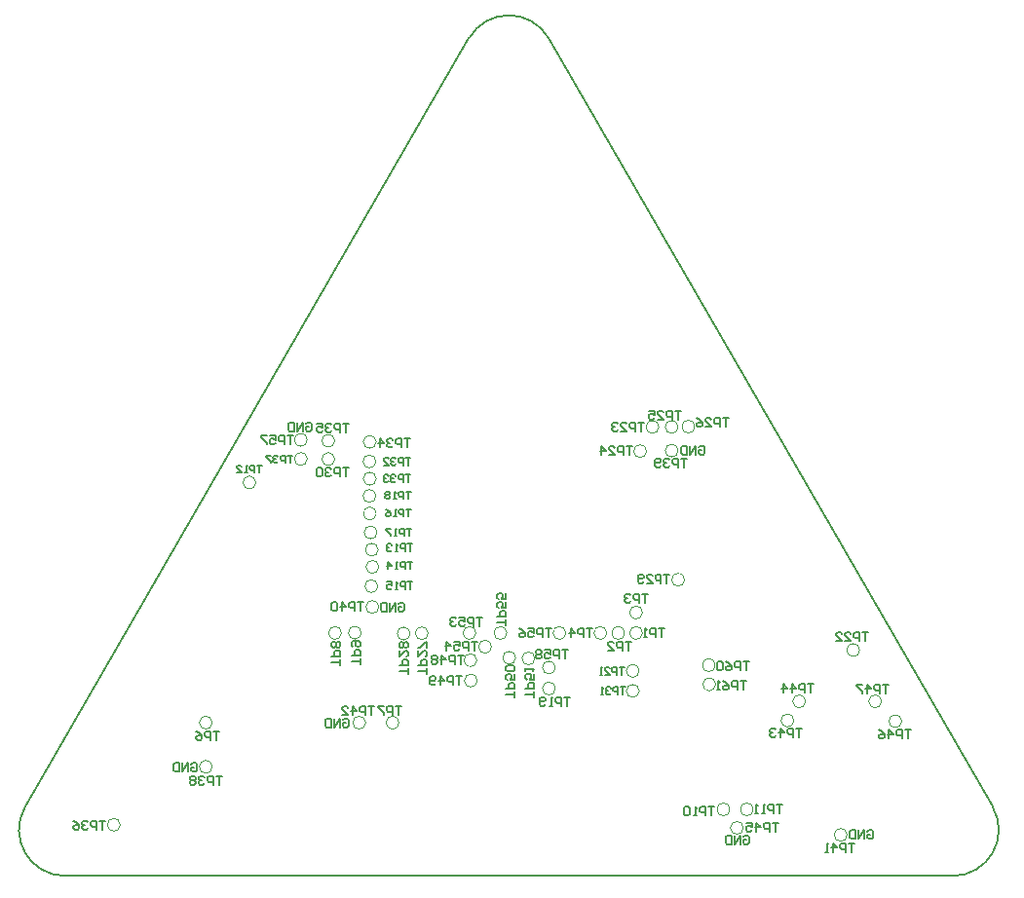
<source format=gbo>
G04*
G04 #@! TF.GenerationSoftware,Altium Limited,Altium Designer,19.0.12 (326)*
G04*
G04 Layer_Color=32896*
%FSLAX44Y44*%
%MOMM*%
G71*
G01*
G75*
%ADD15C,0.1778*%
%ADD16C,0.1270*%
%ADD140C,0.0999*%
D15*
X295107Y196737D02*
X296377Y198006D01*
X298916D01*
X300186Y196737D01*
Y191659D01*
X298916Y190389D01*
X296377D01*
X295107Y191659D01*
Y194198D01*
X297647D01*
X292568Y190389D02*
Y198006D01*
X287490Y190389D01*
Y198006D01*
X284951D02*
Y190389D01*
X281142D01*
X279872Y191659D01*
Y196737D01*
X281142Y198006D01*
X284951D01*
X246588Y95894D02*
X247857Y97164D01*
X250397D01*
X251666Y95894D01*
Y90816D01*
X250397Y89546D01*
X247857D01*
X246588Y90816D01*
Y93355D01*
X249127D01*
X244049Y89546D02*
Y97164D01*
X238970Y89546D01*
Y97164D01*
X236431D02*
Y89546D01*
X232622D01*
X231353Y90816D01*
Y95894D01*
X232622Y97164D01*
X236431D01*
X594870Y-5590D02*
X596139Y-4320D01*
X598678D01*
X599948Y-5590D01*
Y-10668D01*
X598678Y-11938D01*
X596139D01*
X594870Y-10668D01*
Y-8129D01*
X597409D01*
X592331Y-11938D02*
Y-4320D01*
X587252Y-11938D01*
Y-4320D01*
X584713D02*
Y-11938D01*
X580904D01*
X579635Y-10668D01*
Y-5590D01*
X580904Y-4320D01*
X584713D01*
X702767Y-728D02*
X704036Y542D01*
X706575D01*
X707845Y-728D01*
Y-5806D01*
X706575Y-7075D01*
X704036D01*
X702767Y-5806D01*
Y-3267D01*
X705306D01*
X700227Y-7075D02*
Y542D01*
X695149Y-7075D01*
Y542D01*
X692610D02*
Y-7075D01*
X688801D01*
X687532Y-5806D01*
Y-728D01*
X688801Y542D01*
X692610D01*
X556008Y333107D02*
X557277Y334376D01*
X559816D01*
X561086Y333107D01*
Y328028D01*
X559816Y326759D01*
X557277D01*
X556008Y328028D01*
Y330568D01*
X558547D01*
X553469Y326759D02*
Y334376D01*
X548390Y326759D01*
Y334376D01*
X545851D02*
Y326759D01*
X542042D01*
X540773Y328028D01*
Y333107D01*
X542042Y334376D01*
X545851D01*
X214378Y353312D02*
X215647Y354581D01*
X218186D01*
X219456Y353312D01*
Y348234D01*
X218186Y346964D01*
X215647D01*
X214378Y348234D01*
Y350773D01*
X216917D01*
X211838Y346964D02*
Y354581D01*
X206760Y346964D01*
Y354581D01*
X204221D02*
Y346964D01*
X200412D01*
X199143Y348234D01*
Y353312D01*
X200412Y354581D01*
X204221D01*
X115265Y57656D02*
X116534Y58925D01*
X119073D01*
X120343Y57656D01*
Y52578D01*
X119073Y51308D01*
X116534D01*
X115265Y52578D01*
Y55117D01*
X117804D01*
X112725Y51308D02*
Y58925D01*
X107647Y51308D01*
Y58925D01*
X105108D02*
Y51308D01*
X101299D01*
X100029Y52578D01*
Y57656D01*
X101299Y58925D01*
X105108D01*
X307086Y233424D02*
X302854D01*
X304970D01*
Y227076D01*
X300738D02*
Y233424D01*
X297564D01*
X296506Y232366D01*
Y230250D01*
X297564Y229192D01*
X300738D01*
X294390Y227076D02*
X292274D01*
X293332D01*
Y233424D01*
X294390Y232366D01*
X285926Y227076D02*
Y233424D01*
X289100Y230250D01*
X284868D01*
X307086Y249172D02*
X302854D01*
X304970D01*
Y242824D01*
X300738D02*
Y249172D01*
X297564D01*
X296506Y248114D01*
Y245998D01*
X297564Y244940D01*
X300738D01*
X294390Y242824D02*
X292274D01*
X293332D01*
Y249172D01*
X294390Y248114D01*
X289100D02*
X288042Y249172D01*
X285926D01*
X284868Y248114D01*
Y247056D01*
X285926Y245998D01*
X286984D01*
X285926D01*
X284868Y244940D01*
Y243882D01*
X285926Y242824D01*
X288042D01*
X289100Y243882D01*
X597408Y130045D02*
X592330D01*
X594869D01*
Y122428D01*
X589790D02*
Y130045D01*
X585982D01*
X584712Y128776D01*
Y126237D01*
X585982Y124967D01*
X589790D01*
X577095Y130045D02*
X579634Y128776D01*
X582173Y126237D01*
Y123698D01*
X580903Y122428D01*
X578364D01*
X577095Y123698D01*
Y124967D01*
X578364Y126237D01*
X582173D01*
X574555Y122428D02*
X572016D01*
X573286D01*
Y130045D01*
X574555Y128776D01*
X599694Y146810D02*
X594616D01*
X597155D01*
Y139192D01*
X592076D02*
Y146810D01*
X588268D01*
X586998Y145540D01*
Y143001D01*
X588268Y141731D01*
X592076D01*
X579381Y146810D02*
X581920Y145540D01*
X584459Y143001D01*
Y140462D01*
X583189Y139192D01*
X580650D01*
X579381Y140462D01*
Y141731D01*
X580650Y143001D01*
X584459D01*
X576841Y145540D02*
X575572Y146810D01*
X573033D01*
X571763Y145540D01*
Y140462D01*
X573033Y139192D01*
X575572D01*
X576841Y140462D01*
Y145540D01*
X442468Y157097D02*
X437390D01*
X439929D01*
Y149479D01*
X434851D02*
Y157097D01*
X431042D01*
X429772Y155827D01*
Y153288D01*
X431042Y152018D01*
X434851D01*
X422155Y157097D02*
X427233D01*
Y153288D01*
X424694Y154557D01*
X423424D01*
X422155Y153288D01*
Y150749D01*
X423424Y149479D01*
X425963D01*
X427233Y150749D01*
X419615Y155827D02*
X418346Y157097D01*
X415807D01*
X414537Y155827D01*
Y154557D01*
X415807Y153288D01*
X414537Y152018D01*
Y150749D01*
X415807Y149479D01*
X418346D01*
X419615Y150749D01*
Y152018D01*
X418346Y153288D01*
X419615Y154557D01*
Y155827D01*
X418346Y153288D02*
X415807D01*
X444246Y116023D02*
X439168D01*
X441707D01*
Y108405D01*
X436628D02*
Y116023D01*
X432820D01*
X431550Y114753D01*
Y112214D01*
X432820Y110944D01*
X436628D01*
X429011Y108405D02*
X426472D01*
X427741D01*
Y116023D01*
X429011Y114753D01*
X422663Y109675D02*
X421393Y108405D01*
X418854D01*
X417585Y109675D01*
Y114753D01*
X418854Y116023D01*
X421393D01*
X422663Y114753D01*
Y113483D01*
X421393Y112214D01*
X417585D01*
X740156Y87627D02*
X735078D01*
X737617D01*
Y80010D01*
X732539D02*
Y87627D01*
X728730D01*
X727460Y86358D01*
Y83819D01*
X728730Y82549D01*
X732539D01*
X721112Y80010D02*
Y87627D01*
X724921Y83819D01*
X719843D01*
X712225Y87627D02*
X714764Y86358D01*
X717303Y83819D01*
Y81280D01*
X716034Y80010D01*
X713495D01*
X712225Y81280D01*
Y82549D01*
X713495Y83819D01*
X717303D01*
X721360Y126997D02*
X716282D01*
X718821D01*
Y119380D01*
X713743D02*
Y126997D01*
X709934D01*
X708664Y125728D01*
Y123189D01*
X709934Y121919D01*
X713743D01*
X702316Y119380D02*
Y126997D01*
X706125Y123189D01*
X701047D01*
X698507Y126997D02*
X693429D01*
Y125728D01*
X698507Y120650D01*
Y119380D01*
X625094Y6601D02*
X620016D01*
X622555D01*
Y-1016D01*
X617477D02*
Y6601D01*
X613668D01*
X612398Y5332D01*
Y2793D01*
X613668Y1523D01*
X617477D01*
X606050Y-1016D02*
Y6601D01*
X609859Y2793D01*
X604781D01*
X597163Y6601D02*
X602241D01*
Y2793D01*
X599702Y4062D01*
X598433D01*
X597163Y2793D01*
Y254D01*
X598433Y-1016D01*
X600972D01*
X602241Y254D01*
X655922Y127506D02*
X650844D01*
X653383D01*
Y119888D01*
X648305D02*
Y127506D01*
X644496D01*
X643226Y126236D01*
Y123697D01*
X644496Y122427D01*
X648305D01*
X636878Y119888D02*
Y127506D01*
X640687Y123697D01*
X635609D01*
X629261Y119888D02*
Y127506D01*
X633069Y123697D01*
X627991D01*
X645922Y88644D02*
X640844D01*
X643383D01*
Y81026D01*
X638304D02*
Y88644D01*
X634496D01*
X633226Y87374D01*
Y84835D01*
X634496Y83565D01*
X638304D01*
X626878Y81026D02*
Y88644D01*
X630687Y84835D01*
X625609D01*
X623069Y87374D02*
X621800Y88644D01*
X619261D01*
X617991Y87374D01*
Y86104D01*
X619261Y84835D01*
X620530D01*
X619261D01*
X617991Y83565D01*
Y82296D01*
X619261Y81026D01*
X621800D01*
X623069Y82296D01*
X274066Y107948D02*
X268988D01*
X271527D01*
Y100330D01*
X266448D02*
Y107948D01*
X262640D01*
X261370Y106678D01*
Y104139D01*
X262640Y102869D01*
X266448D01*
X255022Y100330D02*
Y107948D01*
X258831Y104139D01*
X253753D01*
X246135Y100330D02*
X251213D01*
X246135Y105408D01*
Y106678D01*
X247405Y107948D01*
X249944D01*
X251213Y106678D01*
X691642Y-11178D02*
X686564D01*
X689103D01*
Y-18796D01*
X684025D02*
Y-11178D01*
X680216D01*
X678946Y-12448D01*
Y-14987D01*
X680216Y-16257D01*
X684025D01*
X672598Y-18796D02*
Y-11178D01*
X676407Y-14987D01*
X671329D01*
X668789Y-18796D02*
X666250D01*
X667520D01*
Y-11178D01*
X668789Y-12448D01*
X264922Y198626D02*
X259844D01*
X262383D01*
Y191008D01*
X257304D02*
Y198626D01*
X253496D01*
X252226Y197356D01*
Y194817D01*
X253496Y193547D01*
X257304D01*
X245878Y191008D02*
Y198626D01*
X249687Y194817D01*
X244609D01*
X242069Y197356D02*
X240800Y198626D01*
X238261D01*
X236991Y197356D01*
Y192278D01*
X238261Y191008D01*
X240800D01*
X242069Y192278D01*
Y197356D01*
X545846Y323340D02*
X540768D01*
X543307D01*
Y315722D01*
X538228D02*
Y323340D01*
X534420D01*
X533150Y322070D01*
Y319531D01*
X534420Y318261D01*
X538228D01*
X530611Y322070D02*
X529341Y323340D01*
X526802D01*
X525533Y322070D01*
Y320800D01*
X526802Y319531D01*
X528072D01*
X526802D01*
X525533Y318261D01*
Y316992D01*
X526802Y315722D01*
X529341D01*
X530611Y316992D01*
X522993D02*
X521724Y315722D01*
X519185D01*
X517915Y316992D01*
Y322070D01*
X519185Y323340D01*
X521724D01*
X522993Y322070D01*
Y320800D01*
X521724Y319531D01*
X517915D01*
X141732Y47495D02*
X136654D01*
X139193D01*
Y39878D01*
X134115D02*
Y47495D01*
X130306D01*
X129036Y46226D01*
Y43687D01*
X130306Y42417D01*
X134115D01*
X126497Y46226D02*
X125227Y47495D01*
X122688D01*
X121419Y46226D01*
Y44956D01*
X122688Y43687D01*
X123958D01*
X122688D01*
X121419Y42417D01*
Y41148D01*
X122688Y39878D01*
X125227D01*
X126497Y41148D01*
X118879Y46226D02*
X117610Y47495D01*
X115071D01*
X113801Y46226D01*
Y44956D01*
X115071Y43687D01*
X113801Y42417D01*
Y41148D01*
X115071Y39878D01*
X117610D01*
X118879Y41148D01*
Y42417D01*
X117610Y43687D01*
X118879Y44956D01*
Y46226D01*
X117610Y43687D02*
X115071D01*
X203454Y343405D02*
X198376D01*
X200915D01*
Y335788D01*
X195837D02*
Y343405D01*
X192028D01*
X190758Y342136D01*
Y339597D01*
X192028Y338327D01*
X195837D01*
X183141Y343405D02*
X188219D01*
Y339597D01*
X185680Y340866D01*
X184410D01*
X183141Y339597D01*
Y337058D01*
X184410Y335788D01*
X186949D01*
X188219Y337058D01*
X180601Y343405D02*
X175523D01*
Y342136D01*
X180601Y337058D01*
Y335788D01*
X427736Y175765D02*
X422658D01*
X425197D01*
Y168148D01*
X420118D02*
Y175765D01*
X416310D01*
X415040Y174496D01*
Y171957D01*
X416310Y170687D01*
X420118D01*
X407423Y175765D02*
X412501D01*
Y171957D01*
X409962Y173226D01*
X408692D01*
X407423Y171957D01*
Y169418D01*
X408692Y168148D01*
X411231D01*
X412501Y169418D01*
X399805Y175765D02*
X402344Y174496D01*
X404883Y171957D01*
Y169418D01*
X403614Y168148D01*
X401075D01*
X399805Y169418D01*
Y170687D01*
X401075Y171957D01*
X404883D01*
X388363Y178308D02*
Y183386D01*
Y180847D01*
X380746D01*
Y185926D02*
X388363D01*
Y189734D01*
X387094Y191004D01*
X384555D01*
X383285Y189734D01*
Y185926D01*
X388363Y198621D02*
Y193543D01*
X384555D01*
X385824Y196082D01*
Y197352D01*
X384555Y198621D01*
X382016D01*
X380746Y197352D01*
Y194813D01*
X382016Y193543D01*
X388363Y206239D02*
Y201161D01*
X384555D01*
X385824Y203700D01*
Y204969D01*
X384555Y206239D01*
X382016D01*
X380746Y204969D01*
Y202430D01*
X382016Y201161D01*
X363486Y164081D02*
X358408D01*
X360947D01*
Y156464D01*
X355869D02*
Y164081D01*
X352060D01*
X350791Y162812D01*
Y160273D01*
X352060Y159003D01*
X355869D01*
X343173Y164081D02*
X348251D01*
Y160273D01*
X345712Y161542D01*
X344443D01*
X343173Y160273D01*
Y157734D01*
X344443Y156464D01*
X346982D01*
X348251Y157734D01*
X336825Y156464D02*
Y164081D01*
X340634Y160273D01*
X335555D01*
X368300Y185471D02*
X363222D01*
X365761D01*
Y177854D01*
X360682D02*
Y185471D01*
X356874D01*
X355604Y184202D01*
Y181663D01*
X356874Y180393D01*
X360682D01*
X347987Y185471D02*
X353065D01*
Y181663D01*
X350526Y182932D01*
X349256D01*
X347987Y181663D01*
Y179123D01*
X349256Y177854D01*
X351795D01*
X353065Y179123D01*
X345447Y184202D02*
X344178Y185471D01*
X341639D01*
X340369Y184202D01*
Y182932D01*
X341639Y181663D01*
X342908D01*
X341639D01*
X340369Y180393D01*
Y179123D01*
X341639Y177854D01*
X344178D01*
X345447Y179123D01*
X413002Y116078D02*
Y121156D01*
Y118617D01*
X405384D01*
Y123695D02*
X413002D01*
Y127504D01*
X411732Y128774D01*
X409193D01*
X407923Y127504D01*
Y123695D01*
X413002Y136391D02*
Y131313D01*
X409193D01*
X410462Y133852D01*
Y135122D01*
X409193Y136391D01*
X406654D01*
X405384Y135122D01*
Y132583D01*
X406654Y131313D01*
X405384Y138931D02*
Y141470D01*
Y140200D01*
X413002D01*
X411732Y138931D01*
X396237Y115372D02*
Y120450D01*
Y117911D01*
X388620D01*
Y122990D02*
X396237D01*
Y126798D01*
X394968Y128068D01*
X392429D01*
X391159Y126798D01*
Y122990D01*
X396237Y135685D02*
Y130607D01*
X392429D01*
X393698Y133146D01*
Y134416D01*
X392429Y135685D01*
X389890D01*
X388620Y134416D01*
Y131877D01*
X389890Y130607D01*
X394968Y138225D02*
X396237Y139494D01*
Y142033D01*
X394968Y143303D01*
X389890D01*
X388620Y142033D01*
Y139494D01*
X389890Y138225D01*
X394968D01*
X350266Y134109D02*
X345188D01*
X347727D01*
Y126492D01*
X342649D02*
Y134109D01*
X338840D01*
X337570Y132840D01*
Y130301D01*
X338840Y129031D01*
X342649D01*
X331222Y126492D02*
Y134109D01*
X335031Y130301D01*
X329953D01*
X327413Y127762D02*
X326144Y126492D01*
X323605D01*
X322335Y127762D01*
Y132840D01*
X323605Y134109D01*
X326144D01*
X327413Y132840D01*
Y131570D01*
X326144Y130301D01*
X322335D01*
X351536Y152397D02*
X346458D01*
X348997D01*
Y144780D01*
X343918D02*
Y152397D01*
X340110D01*
X338840Y151128D01*
Y148589D01*
X340110Y147319D01*
X343918D01*
X332492Y144780D02*
Y152397D01*
X336301Y148589D01*
X331223D01*
X328683Y151128D02*
X327414Y152397D01*
X324875D01*
X323605Y151128D01*
Y149858D01*
X324875Y148589D01*
X323605Y147319D01*
Y146050D01*
X324875Y144780D01*
X327414D01*
X328683Y146050D01*
Y147319D01*
X327414Y148589D01*
X328683Y149858D01*
Y151128D01*
X327414Y148589D02*
X324875D01*
X203200Y326022D02*
X198968D01*
X201084D01*
Y319674D01*
X196852D02*
Y326022D01*
X193678D01*
X192620Y324964D01*
Y322848D01*
X193678Y321790D01*
X196852D01*
X190504Y324964D02*
X189446Y326022D01*
X187330D01*
X186272Y324964D01*
Y323906D01*
X187330Y322848D01*
X188388D01*
X187330D01*
X186272Y321790D01*
Y320732D01*
X187330Y319674D01*
X189446D01*
X190504Y320732D01*
X184156Y326022D02*
X179924D01*
Y324964D01*
X184156Y320732D01*
Y319674D01*
X40595Y8580D02*
X35517D01*
X38056D01*
Y963D01*
X32978D02*
Y8580D01*
X29169D01*
X27899Y7311D01*
Y4772D01*
X29169Y3502D01*
X32978D01*
X25360Y7311D02*
X24090Y8580D01*
X21551D01*
X20282Y7311D01*
Y6041D01*
X21551Y4772D01*
X22821D01*
X21551D01*
X20282Y3502D01*
Y2233D01*
X21551Y963D01*
X24090D01*
X25360Y2233D01*
X12664Y8580D02*
X15203Y7311D01*
X17743Y4772D01*
Y2233D01*
X16473Y963D01*
X13934D01*
X12664Y2233D01*
Y3502D01*
X13934Y4772D01*
X17743D01*
X252222Y353716D02*
X247144D01*
X249683D01*
Y346098D01*
X244604D02*
Y353716D01*
X240796D01*
X239526Y352446D01*
Y349907D01*
X240796Y348637D01*
X244604D01*
X236987Y352446D02*
X235717Y353716D01*
X233178D01*
X231909Y352446D01*
Y351176D01*
X233178Y349907D01*
X234448D01*
X233178D01*
X231909Y348637D01*
Y347368D01*
X233178Y346098D01*
X235717D01*
X236987Y347368D01*
X224291Y353716D02*
X229369D01*
Y349907D01*
X226830Y351176D01*
X225561D01*
X224291Y349907D01*
Y347368D01*
X225561Y346098D01*
X228100D01*
X229369Y347368D01*
X305776Y340866D02*
X300697D01*
X303237D01*
Y333248D01*
X298158D02*
Y340866D01*
X294350D01*
X293080Y339596D01*
Y337057D01*
X294350Y335787D01*
X298158D01*
X290541Y339596D02*
X289271Y340866D01*
X286732D01*
X285462Y339596D01*
Y338326D01*
X286732Y337057D01*
X288002D01*
X286732D01*
X285462Y335787D01*
Y334518D01*
X286732Y333248D01*
X289271D01*
X290541Y334518D01*
X279114Y333248D02*
Y340866D01*
X282923Y337057D01*
X277845D01*
X305562Y309370D02*
X301330D01*
X303446D01*
Y303022D01*
X299214D02*
Y309370D01*
X296040D01*
X294982Y308312D01*
Y306196D01*
X296040Y305138D01*
X299214D01*
X292866Y308312D02*
X291808Y309370D01*
X289692D01*
X288634Y308312D01*
Y307254D01*
X289692Y306196D01*
X290750D01*
X289692D01*
X288634Y305138D01*
Y304080D01*
X289692Y303022D01*
X291808D01*
X292866Y304080D01*
X286518Y308312D02*
X285460Y309370D01*
X283344D01*
X282286Y308312D01*
Y307254D01*
X283344Y306196D01*
X284402D01*
X283344D01*
X282286Y305138D01*
Y304080D01*
X283344Y303022D01*
X285460D01*
X286518Y304080D01*
X305640Y323848D02*
X301408D01*
X303524D01*
Y317500D01*
X299292D02*
Y323848D01*
X296118D01*
X295060Y322790D01*
Y320674D01*
X296118Y319616D01*
X299292D01*
X292944Y322790D02*
X291886Y323848D01*
X289770D01*
X288712Y322790D01*
Y321732D01*
X289770Y320674D01*
X290828D01*
X289770D01*
X288712Y319616D01*
Y318558D01*
X289770Y317500D01*
X291886D01*
X292944Y318558D01*
X282364Y317500D02*
X286596D01*
X282364Y321732D01*
Y322790D01*
X283422Y323848D01*
X285538D01*
X286596Y322790D01*
X492290Y124624D02*
X488058D01*
X490174D01*
Y118276D01*
X485942D02*
Y124624D01*
X482768D01*
X481710Y123566D01*
Y121450D01*
X482768Y120392D01*
X485942D01*
X479594Y123566D02*
X478536Y124624D01*
X476420D01*
X475362Y123566D01*
Y122508D01*
X476420Y121450D01*
X477478D01*
X476420D01*
X475362Y120392D01*
Y119334D01*
X476420Y118276D01*
X478536D01*
X479594Y119334D01*
X473246Y118276D02*
X471130D01*
X472188D01*
Y124624D01*
X473246Y123566D01*
X251968Y315466D02*
X246890D01*
X249429D01*
Y307848D01*
X244350D02*
Y315466D01*
X240542D01*
X239272Y314196D01*
Y311657D01*
X240542Y310387D01*
X244350D01*
X236733Y314196D02*
X235463Y315466D01*
X232924D01*
X231655Y314196D01*
Y312926D01*
X232924Y311657D01*
X234194D01*
X232924D01*
X231655Y310387D01*
Y309118D01*
X232924Y307848D01*
X235463D01*
X236733Y309118D01*
X229115Y314196D02*
X227846Y315466D01*
X225307D01*
X224037Y314196D01*
Y309118D01*
X225307Y307848D01*
X227846D01*
X229115Y309118D01*
Y314196D01*
X531018Y222429D02*
X525940D01*
X528479D01*
Y214812D01*
X523400D02*
Y222429D01*
X519592D01*
X518322Y221160D01*
Y218621D01*
X519592Y217351D01*
X523400D01*
X510705Y214812D02*
X515783D01*
X510705Y219890D01*
Y221160D01*
X511974Y222429D01*
X514513D01*
X515783Y221160D01*
X508165Y216082D02*
X506896Y214812D01*
X504357D01*
X503087Y216082D01*
Y221160D01*
X504357Y222429D01*
X506896D01*
X508165Y221160D01*
Y219890D01*
X506896Y218621D01*
X503087D01*
X303274Y135890D02*
Y140968D01*
Y138429D01*
X295656D01*
Y143507D02*
X303274D01*
Y147316D01*
X302004Y148586D01*
X299465D01*
X298195Y147316D01*
Y143507D01*
X295656Y156203D02*
Y151125D01*
X300734Y156203D01*
X302004D01*
X303274Y154934D01*
Y152395D01*
X302004Y151125D01*
Y158743D02*
X303274Y160012D01*
Y162551D01*
X302004Y163821D01*
X300734D01*
X299465Y162551D01*
X298195Y163821D01*
X296926D01*
X295656Y162551D01*
Y160012D01*
X296926Y158743D01*
X298195D01*
X299465Y160012D01*
X300734Y158743D01*
X302004D01*
X299465Y160012D02*
Y162551D01*
X319783Y135890D02*
Y140968D01*
Y138429D01*
X312166D01*
Y143507D02*
X319783D01*
Y147316D01*
X318514Y148586D01*
X315975D01*
X314705Y147316D01*
Y143507D01*
X312166Y156203D02*
Y151125D01*
X317244Y156203D01*
X318514D01*
X319783Y154934D01*
Y152395D01*
X318514Y151125D01*
X319783Y158743D02*
Y163821D01*
X318514D01*
X313436Y158743D01*
X312166D01*
X581914Y358686D02*
X576836D01*
X579375D01*
Y351069D01*
X574296D02*
Y358686D01*
X570488D01*
X569218Y357417D01*
Y354878D01*
X570488Y353608D01*
X574296D01*
X561601Y351069D02*
X566679D01*
X561601Y356147D01*
Y357417D01*
X562870Y358686D01*
X565409D01*
X566679Y357417D01*
X553983Y358686D02*
X556522Y357417D01*
X559061Y354878D01*
Y352338D01*
X557792Y351069D01*
X555253D01*
X553983Y352338D01*
Y353608D01*
X555253Y354878D01*
X559061D01*
X540512Y364995D02*
X535434D01*
X537973D01*
Y357378D01*
X532895D02*
Y364995D01*
X529086D01*
X527816Y363726D01*
Y361187D01*
X529086Y359917D01*
X532895D01*
X520199Y357378D02*
X525277D01*
X520199Y362456D01*
Y363726D01*
X521468Y364995D01*
X524007D01*
X525277Y363726D01*
X512581Y364995D02*
X517659D01*
Y361187D01*
X515120Y362456D01*
X513851D01*
X512581Y361187D01*
Y358648D01*
X513851Y357378D01*
X516390D01*
X517659Y358648D01*
X498348Y333754D02*
X493270D01*
X495809D01*
Y326136D01*
X490731D02*
Y333754D01*
X486922D01*
X485652Y332484D01*
Y329945D01*
X486922Y328675D01*
X490731D01*
X478035Y326136D02*
X483113D01*
X478035Y331214D01*
Y332484D01*
X479304Y333754D01*
X481843D01*
X483113Y332484D01*
X471687Y326136D02*
Y333754D01*
X475495Y329945D01*
X470417D01*
X508762Y354581D02*
X503684D01*
X506223D01*
Y346964D01*
X501144D02*
Y354581D01*
X497336D01*
X496066Y353312D01*
Y350773D01*
X497336Y349503D01*
X501144D01*
X488449Y346964D02*
X493527D01*
X488449Y352042D01*
Y353312D01*
X489718Y354581D01*
X492257D01*
X493527Y353312D01*
X485909D02*
X484640Y354581D01*
X482101D01*
X480831Y353312D01*
Y352042D01*
X482101Y350773D01*
X483370D01*
X482101D01*
X480831Y349503D01*
Y348234D01*
X482101Y346964D01*
X484640D01*
X485909Y348234D01*
X491280Y141794D02*
X487048D01*
X489164D01*
Y135446D01*
X484932D02*
Y141794D01*
X481758D01*
X480700Y140736D01*
Y138620D01*
X481758Y137562D01*
X484932D01*
X474352Y135446D02*
X478584D01*
X474352Y139678D01*
Y140736D01*
X475410Y141794D01*
X477526D01*
X478584Y140736D01*
X472236Y135446D02*
X470120D01*
X471178D01*
Y141794D01*
X472236Y140736D01*
X703326Y172209D02*
X698248D01*
X700787D01*
Y164592D01*
X695708D02*
Y172209D01*
X691900D01*
X690630Y170940D01*
Y168401D01*
X691900Y167131D01*
X695708D01*
X683013Y164592D02*
X688091D01*
X683013Y169670D01*
Y170940D01*
X684282Y172209D01*
X686821D01*
X688091Y170940D01*
X675395Y164592D02*
X680473D01*
X675395Y169670D01*
Y170940D01*
X676665Y172209D01*
X679204D01*
X680473Y170940D01*
X305816Y294638D02*
X301584D01*
X303700D01*
Y288290D01*
X299468D02*
Y294638D01*
X296294D01*
X295236Y293580D01*
Y291464D01*
X296294Y290406D01*
X299468D01*
X293120Y288290D02*
X291004D01*
X292062D01*
Y294638D01*
X293120Y293580D01*
X287830D02*
X286772Y294638D01*
X284656D01*
X283598Y293580D01*
Y292522D01*
X284656Y291464D01*
X283598Y290406D01*
Y289348D01*
X284656Y288290D01*
X286772D01*
X287830Y289348D01*
Y290406D01*
X286772Y291464D01*
X287830Y292522D01*
Y293580D01*
X286772Y291464D02*
X284656D01*
X306324Y262380D02*
X302092D01*
X304208D01*
Y256032D01*
X299976D02*
Y262380D01*
X296802D01*
X295744Y261322D01*
Y259206D01*
X296802Y258148D01*
X299976D01*
X293628Y256032D02*
X291512D01*
X292570D01*
Y262380D01*
X293628Y261322D01*
X288338Y262380D02*
X284106D01*
Y261322D01*
X288338Y257090D01*
Y256032D01*
X306070Y279398D02*
X301838D01*
X303954D01*
Y273050D01*
X299722D02*
Y279398D01*
X296548D01*
X295490Y278340D01*
Y276224D01*
X296548Y275166D01*
X299722D01*
X293374Y273050D02*
X291258D01*
X292316D01*
Y279398D01*
X293374Y278340D01*
X283852Y279398D02*
X285968Y278340D01*
X288084Y276224D01*
Y274108D01*
X287026Y273050D01*
X284910D01*
X283852Y274108D01*
Y275166D01*
X284910Y276224D01*
X288084D01*
X307340Y216152D02*
X303108D01*
X305224D01*
Y209804D01*
X300992D02*
Y216152D01*
X297818D01*
X296760Y215094D01*
Y212978D01*
X297818Y211920D01*
X300992D01*
X294644Y209804D02*
X292528D01*
X293586D01*
Y216152D01*
X294644Y215094D01*
X285122Y216152D02*
X289354D01*
Y212978D01*
X287238Y214036D01*
X286180D01*
X285122Y212978D01*
Y210862D01*
X286180Y209804D01*
X288296D01*
X289354Y210862D01*
X176530Y317498D02*
X172298D01*
X174414D01*
Y311150D01*
X170182D02*
Y317498D01*
X167008D01*
X165950Y316440D01*
Y314324D01*
X167008Y313266D01*
X170182D01*
X163834Y311150D02*
X161718D01*
X162776D01*
Y317498D01*
X163834Y316440D01*
X154312Y311150D02*
X158544D01*
X154312Y315382D01*
Y316440D01*
X155370Y317498D01*
X157486D01*
X158544Y316440D01*
X629158Y22604D02*
X624080D01*
X626619D01*
Y14986D01*
X621540D02*
Y22604D01*
X617732D01*
X616462Y21334D01*
Y18795D01*
X617732Y17525D01*
X621540D01*
X613923Y14986D02*
X611384D01*
X612653D01*
Y22604D01*
X613923Y21334D01*
X607575Y14986D02*
X605036D01*
X606305D01*
Y22604D01*
X607575Y21334D01*
X569900Y20826D02*
X564822D01*
X567361D01*
Y13208D01*
X562282D02*
Y20826D01*
X558474D01*
X557204Y19556D01*
Y17017D01*
X558474Y15747D01*
X562282D01*
X554665Y13208D02*
X552126D01*
X553395D01*
Y20826D01*
X554665Y19556D01*
X548317D02*
X547047Y20826D01*
X544508D01*
X543238Y19556D01*
Y14478D01*
X544508Y13208D01*
X547047D01*
X548317Y14478D01*
Y19556D01*
X261871Y144272D02*
Y149350D01*
Y146811D01*
X254254D01*
Y151889D02*
X261871D01*
Y155698D01*
X260602Y156968D01*
X258063D01*
X256793Y155698D01*
Y151889D01*
X255524Y159507D02*
X254254Y160777D01*
Y163316D01*
X255524Y164585D01*
X260602D01*
X261871Y163316D01*
Y160777D01*
X260602Y159507D01*
X259332D01*
X258063Y160777D01*
Y164585D01*
X244599Y143764D02*
Y148842D01*
Y146303D01*
X236982D01*
Y151382D02*
X244599D01*
Y155190D01*
X243330Y156460D01*
X240791D01*
X239521Y155190D01*
Y151382D01*
X243330Y158999D02*
X244599Y160269D01*
Y162808D01*
X243330Y164077D01*
X242060D01*
X240791Y162808D01*
X239521Y164077D01*
X238252D01*
X236982Y162808D01*
Y160269D01*
X238252Y158999D01*
X239521D01*
X240791Y160269D01*
X242060Y158999D01*
X243330D01*
X240791Y160269D02*
Y162808D01*
X297708Y108455D02*
X292630D01*
X295169D01*
Y100838D01*
X290091D02*
Y108455D01*
X286282D01*
X285012Y107186D01*
Y104647D01*
X286282Y103377D01*
X290091D01*
X282473Y108455D02*
X277395D01*
Y107186D01*
X282473Y102108D01*
Y100838D01*
X139446Y86103D02*
X134368D01*
X136907D01*
Y78486D01*
X131828D02*
Y86103D01*
X128020D01*
X126750Y84834D01*
Y82295D01*
X128020Y81025D01*
X131828D01*
X119133Y86103D02*
X121672Y84834D01*
X124211Y82295D01*
Y79756D01*
X122941Y78486D01*
X120402D01*
X119133Y79756D01*
Y81025D01*
X120402Y82295D01*
X124211D01*
X463992Y175511D02*
X458914D01*
X461453D01*
Y167894D01*
X456374D02*
Y175511D01*
X452566D01*
X451296Y174242D01*
Y171703D01*
X452566Y170433D01*
X456374D01*
X444948Y167894D02*
Y175511D01*
X448757Y171703D01*
X443679D01*
X512064Y205737D02*
X506986D01*
X509525D01*
Y198120D01*
X504446D02*
Y205737D01*
X500638D01*
X499368Y204468D01*
Y201929D01*
X500638Y200659D01*
X504446D01*
X496829Y204468D02*
X495559Y205737D01*
X493020D01*
X491751Y204468D01*
Y203198D01*
X493020Y201929D01*
X494290D01*
X493020D01*
X491751Y200659D01*
Y199390D01*
X493020Y198120D01*
X495559D01*
X496829Y199390D01*
X497332Y164081D02*
X492254D01*
X494793D01*
Y156464D01*
X489715D02*
Y164081D01*
X485906D01*
X484636Y162812D01*
Y160273D01*
X485906Y159003D01*
X489715D01*
X477019Y156464D02*
X482097D01*
X477019Y161542D01*
Y162812D01*
X478288Y164081D01*
X480827D01*
X482097Y162812D01*
X526034Y175511D02*
X520956D01*
X523495D01*
Y167894D01*
X518416D02*
Y175511D01*
X514608D01*
X513338Y174242D01*
Y171703D01*
X514608Y170433D01*
X518416D01*
X510799Y167894D02*
X508260D01*
X509529D01*
Y175511D01*
X510799Y174242D01*
D16*
X-29238Y20553D02*
G03*
X5403Y-39447I34641J-20000D01*
G01*
X425762Y688636D02*
G03*
X356480Y688636I-34641J-20000D01*
G01*
X776839Y-39447D02*
G03*
X811480Y20553I0J40000D01*
G01*
X-29238D02*
X356480Y688636D01*
X425762D02*
X811480Y20553D01*
X434675Y-39447D02*
X776839D01*
X5403D02*
X434675D01*
D140*
X278142Y229154D02*
G03*
X278142Y229154I-5600J0D01*
G01*
X277604Y244094D02*
G03*
X277604Y244094I-5600J0D01*
G01*
X507250Y171704D02*
G03*
X507250Y171704I-5600J0D01*
G01*
X491756D02*
G03*
X491756Y171704I-5600J0D01*
G01*
X507250Y189484D02*
G03*
X507250Y189484I-5600J0D01*
G01*
X476262Y171704D02*
G03*
X476262Y171704I-5600J0D01*
G01*
X133362Y93726D02*
G03*
X133362Y93726I-5600J0D01*
G01*
X295668Y93726D02*
G03*
X295668Y93726I-5600J0D01*
G01*
X245630Y171704D02*
G03*
X245630Y171704I-5600J0D01*
G01*
X262902Y171958D02*
G03*
X262902Y171958I-5600J0D01*
G01*
X583196Y18288D02*
G03*
X583196Y18288I-5600J0D01*
G01*
X603516D02*
G03*
X603516Y18288I-5600J0D01*
G01*
X171208Y302514D02*
G03*
X171208Y302514I-5600J0D01*
G01*
X277250Y212379D02*
G03*
X277250Y212379I-5600J0D01*
G01*
X275856Y275590D02*
G03*
X275856Y275590I-5600J0D01*
G01*
X276618Y259080D02*
G03*
X276618Y259080I-5600J0D01*
G01*
X275602Y290830D02*
G03*
X275602Y290830I-5600J0D01*
G01*
X695972Y156846D02*
G03*
X695972Y156846I-5600J0D01*
G01*
X504392Y138748D02*
G03*
X504392Y138748I-5600J0D01*
G01*
X521474Y350774D02*
G03*
X521474Y350774I-5600J0D01*
G01*
X510806Y329692D02*
G03*
X510806Y329692I-5600J0D01*
G01*
X538238Y350774D02*
G03*
X538238Y350774I-5600J0D01*
G01*
X552716Y351028D02*
G03*
X552716Y351028I-5600J0D01*
G01*
X321068Y171450D02*
G03*
X321068Y171450I-5600J0D01*
G01*
X305320Y171196D02*
G03*
X305320Y171196I-5600J0D01*
G01*
X543826Y218114D02*
G03*
X543826Y218114I-5600J0D01*
G01*
X239788Y322834D02*
G03*
X239788Y322834I-5600J0D01*
G01*
X504392Y121324D02*
G03*
X504392Y121324I-5600J0D01*
G01*
X275602Y320802D02*
G03*
X275602Y320802I-5600J0D01*
G01*
X275856Y305816D02*
G03*
X275856Y305816I-5600J0D01*
G01*
Y337820D02*
G03*
X275856Y337820I-5600J0D01*
G01*
X239788Y338836D02*
G03*
X239788Y338836I-5600J0D01*
G01*
X53360Y4973D02*
G03*
X53360Y4973I-5600J0D01*
G01*
X215912Y322976D02*
G03*
X215912Y322976I-5600J0D01*
G01*
X363232Y148045D02*
G03*
X363232Y148045I-5600J0D01*
G01*
X363740Y130302D02*
G03*
X363740Y130302I-5600J0D01*
G01*
X397014Y150170D02*
G03*
X397014Y150170I-5600J0D01*
G01*
X413778Y149606D02*
G03*
X413778Y149606I-5600J0D01*
G01*
X362470Y171704D02*
G03*
X362470Y171704I-5600J0D01*
G01*
X376070Y159766D02*
G03*
X376070Y159766I-5600J0D01*
G01*
X389394Y171704D02*
G03*
X389394Y171704I-5600J0D01*
G01*
X440702D02*
G03*
X440702Y171704I-5600J0D01*
G01*
X215912Y339598D02*
G03*
X215912Y339598I-5600J0D01*
G01*
X133362Y55372D02*
G03*
X133362Y55372I-5600J0D01*
G01*
X538238Y330200D02*
G03*
X538238Y330200I-5600J0D01*
G01*
X278142Y194310D02*
G03*
X278142Y194310I-5600J0D01*
G01*
X685050Y-3810D02*
G03*
X685050Y-3810I-5600J0D01*
G01*
X266712Y93726D02*
G03*
X266712Y93726I-5600J0D01*
G01*
X638822Y95657D02*
G03*
X638822Y95657I-5600J0D01*
G01*
X648982Y112268D02*
G03*
X648982Y112268I-5600J0D01*
G01*
X594880Y2286D02*
G03*
X594880Y2286I-5600J0D01*
G01*
X715022Y112268D02*
G03*
X715022Y112268I-5600J0D01*
G01*
X732548Y94996D02*
G03*
X732548Y94996I-5600J0D01*
G01*
X431552Y123444D02*
G03*
X431552Y123444I-5600J0D01*
G01*
Y141693D02*
G03*
X431552Y141693I-5600J0D01*
G01*
X570496Y143764D02*
G03*
X570496Y143764I-5600J0D01*
G01*
X570838Y127048D02*
G03*
X570838Y127048I-5600J0D01*
G01*
M02*

</source>
